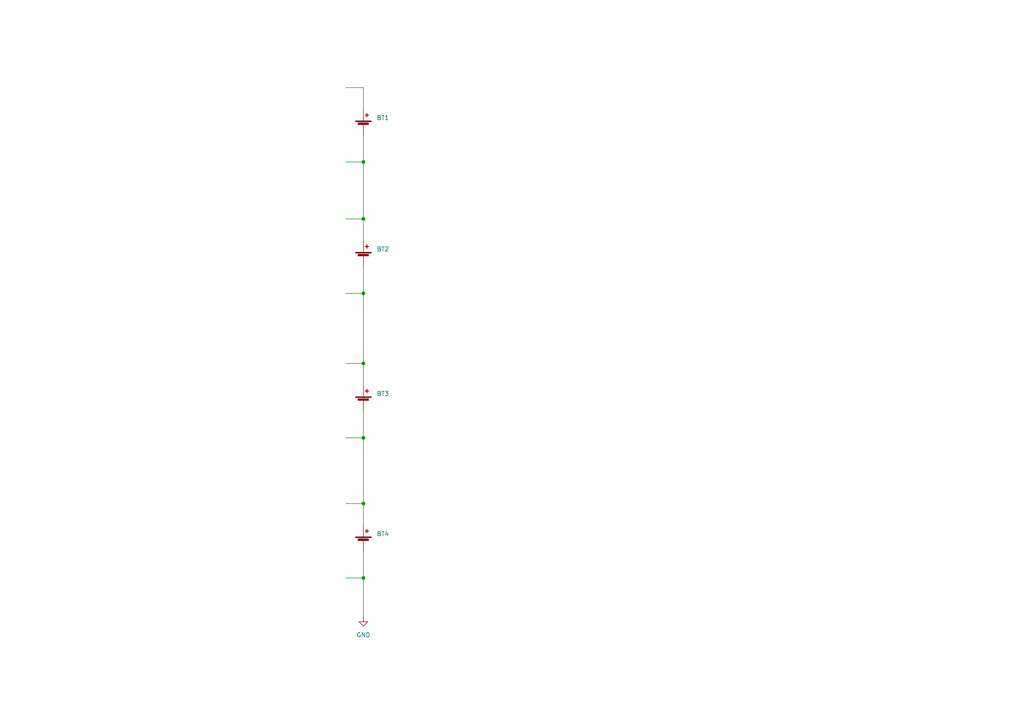
<source format=kicad_sch>
(kicad_sch (version 20230121) (generator eeschema)
  (paper "A4")
  (title_block (title "BMS Project") (date "2023-04-21") (rev "V0.1") (company "TH Ingolstadt") (comment 1 "Author: ") (comment 2 "Edited: "))
  (lib_symbols
    (symbol "Device:Battery_Cell" (pin_numbers hide) (pin_names (offset 0) hide)
      (property "Reference" "BT" (at 2.54 2.54 0))
      (property "Value" "Battery_Cell" (at 2.54 0 0))
      (symbol "Battery_Cell_0_1"
        (rectangle (start -2.286 1.778) (end 2.286 1.524) (fill (type outline)))
        (rectangle (start -1.5748 1.1938) (end 1.4732 0.6858) (fill (type outline)))
        (polyline (pts (xy 0 0.762) (xy 0 0)))
        (polyline (pts (xy 0 1.778) (xy 0 2.54)))
        (polyline (pts (xy 0.508 3.429) (xy 1.524 3.429)) (stroke (width 0.254)))
        (polyline (pts (xy 1.016 3.937) (xy 1.016 2.921)) (stroke (width 0.254)))
      )
      (symbol "Battery_Cell_1_1"
        (pin passive line (at 0 5.08 270) (length 2.54) (name "+") (number "1"))
        (pin passive line (at 0 -2.54 90) (length 2.54) (name "-") (number "2"))
      )
    )
    (symbol "power:GND" (power) (pin_names (offset 0))
      (property "Value" "GND" (at 0 -3.81 0))
      (symbol "GND_0_1"
        (polyline (pts (xy 0 0) (xy 0 -1.27) (xy 1.27 -1.27) (xy 0 -2.54) (xy -1.27 -1.27) (xy 0 -1.27)))
      )
      (symbol "GND_1_1"
        (pin power_in line (at 0 0 270) (length 0) hide (name "GND") (number "1"))
      )
    )
  )
  (junction (at 105.41 167.64))
  (junction (at 105.41 85.09))
  (junction (at 105.41 127))
  (junction (at 105.41 46.99))
  (junction (at 105.41 63.5))
  (junction (at 105.41 105.41))
  (junction (at 105.41 146.05))
  (wire (pts (xy 105.41 46.99) (xy 105.41 63.5)))
  (wire (pts (xy 105.41 39.37) (xy 105.41 46.99)))
  (wire (pts (xy 100.33 146.05) (xy 105.41 146.05)))
  (wire (pts (xy 105.41 127) (xy 100.33 127)))
  (wire (pts (xy 105.41 160.02) (xy 105.41 167.64)))
  (wire (pts (xy 100.33 63.5) (xy 105.41 63.5)))
  (wire (pts (xy 105.41 46.99) (xy 100.33 46.99)))
  (wire (pts (xy 105.41 63.5) (xy 105.41 69.85)))
  (wire (pts (xy 105.41 25.4) (xy 105.41 31.75)))
  (wire (pts (xy 100.33 25.4) (xy 105.41 25.4)))
  (wire (pts (xy 105.41 85.09) (xy 105.41 105.41)))
  (wire (pts (xy 105.41 146.05) (xy 105.41 152.4)))
  (wire (pts (xy 105.41 105.41) (xy 105.41 111.76)))
  (wire (pts (xy 100.33 105.41) (xy 105.41 105.41)))
  (wire (pts (xy 105.41 77.47) (xy 105.41 85.09)))
  (wire (pts (xy 105.41 85.09) (xy 100.33 85.09)))
  (wire (pts (xy 105.41 119.38) (xy 105.41 127)))
  (wire (pts (xy 105.41 127) (xy 105.41 146.05)))
  (wire (pts (xy 105.41 167.64) (xy 100.33 167.64)))
  (wire (pts (xy 105.41 167.64) (xy 105.41 179.07)))
  (symbol (lib_id "Device:Battery_Cell") (at 105.41 157.48 0) (unit 1)
    (property "Reference" "BT4" (at 109.22 154.813 0) (effects (justify left)))
    (property "Value" "Battery_Cell" (effects hide))
    (instances (project "BMS_Project" (path "" (reference "BT4") (unit 1)) (path "" (reference "BT4") (unit 1))) (project "Test_Projekt" (path "" (reference "BT1") (unit 1))))
  )
  (symbol (lib_id "Device:Battery_Cell") (at 105.41 36.83 0) (unit 1)
    (property "Reference" "BT1" (at 109.22 34.163 0) (effects (justify left)))
    (property "Value" "Battery_Cell" (effects hide))
    (instances (project "BMS_Project" (path "" (reference "BT1") (unit 1)) (path "" (reference "BT1") (unit 1))) (project "Test_Projekt" (path "" (reference "BT4") (unit 1))))
  )
  (symbol (lib_id "Device:Battery_Cell") (at 105.41 116.84 0) (unit 1)
    (property "Reference" "BT3" (at 109.22 114.173 0) (effects (justify left)))
    (property "Value" "Battery_Cell" (effects hide))
    (instances (project "BMS_Project" (path "" (reference "BT3") (unit 1)) (path "" (reference "BT3") (unit 1))) (project "Test_Projekt" (path "" (reference "BT2") (unit 1))))
  )
  (symbol (lib_id "Device:Battery_Cell") (at 105.41 74.93 0) (unit 1)
    (property "Reference" "BT2" (at 109.22 72.263 0) (effects (justify left)))
    (property "Value" "Battery_Cell" (effects hide))
    (instances (project "BMS_Project" (path "" (reference "BT2") (unit 1)) (path "" (reference "BT2") (unit 1))) (project "Test_Projekt" (path "" (reference "BT3") (unit 1))))
  )
  (symbol (lib_id "power:GND") (at 105.41 179.07 0) (unit 1)
    (property "Reference" "#PWR09" (effects hide))
    (property "Value" "GND" (at 105.41 184.15 0))
    (instances (project "BMS_Project" (path "" (reference "#PWR09") (unit 1)) (path "" (reference "#PWR09") (unit 1))) (project "Test_Projekt" (path "" (reference "#PWR021") (unit 1))))
  )
)
</source>
